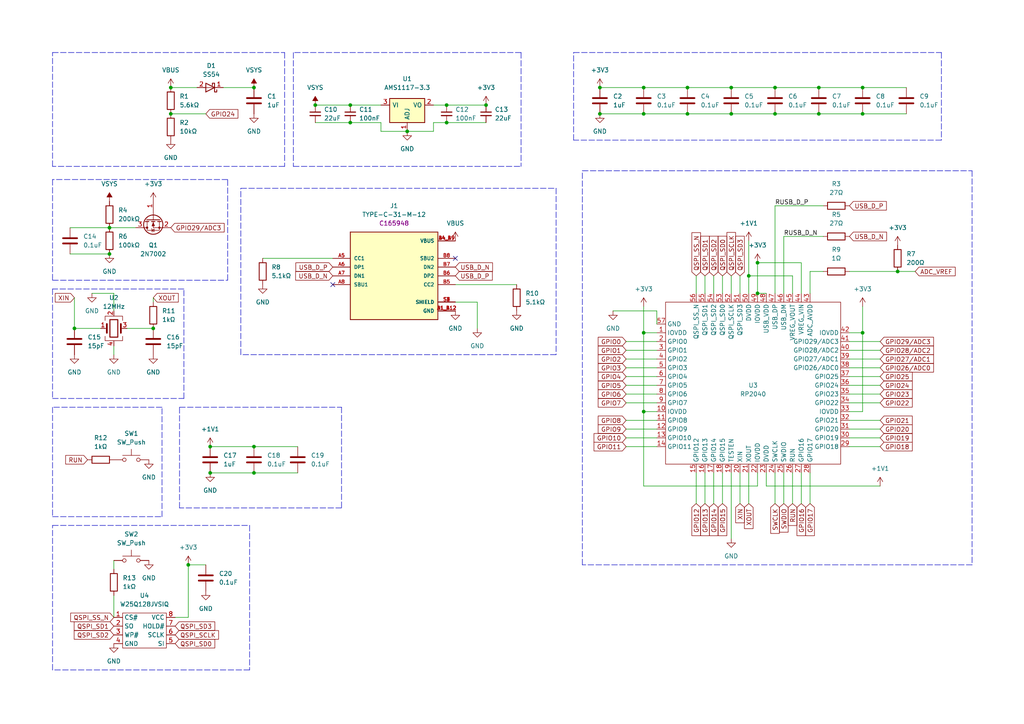
<source format=kicad_sch>
(kicad_sch (version 20211123) (generator eeschema)
  (paper "A4")
  (lib_symbols
    (symbol "01-rickbassham:GD25Q16ETIGR"
      (property "Reference" "U" (at 0 0 0))
      (property "Value" "GD25Q16ETIGR" (at 0 0 0))
      (symbol "GD25Q16ETIGR_0_1"
        (rectangle (start -6.35 -5.08) (end 6.35 -15.24))
      )
      (symbol "GD25Q16ETIGR_1_1"
        (pin output line (at -8.89 -6.35 0) (length 2.54) (name "CS#") (number "1"))
        (pin output line (at -8.89 -8.89 0) (length 2.54) (name "SO") (number "2"))
        (pin output line (at -8.89 -11.43 0) (length 2.54) (name "WP#") (number "3"))
        (pin output line (at -8.89 -13.97 0) (length 2.54) (name "GND") (number "4"))
        (pin output line (at 8.89 -13.97 180) (length 2.54) (name "SI") (number "5"))
        (pin output line (at 8.89 -11.43 180) (length 2.54) (name "SCLK") (number "6"))
        (pin output line (at 8.89 -8.89 180) (length 2.54) (name "HOLD#") (number "7"))
        (pin output line (at 8.89 -6.35 180) (length 2.54) (name "VCC") (number "8"))
      )
    )
    (symbol "01-rickbassham:RP2040"
      (property "Reference" "U" (at 0 1.27 0))
      (property "Value" "RP2040" (at 0 -1.27 0))
      (symbol "RP2040_0_1"
        (rectangle (start -25.4 25.4) (end 25.4 -21.59))
      )
      (symbol "RP2040_1_1"
        (pin output line (at -27.94 16.51 0) (length 2.54) (name "IOVDD") (number "1"))
        (pin output line (at -27.94 -6.35 0) (length 2.54) (name "IOVDD") (number "10"))
        (pin output line (at -27.94 -8.89 0) (length 2.54) (name "GPIO8") (number "11"))
        (pin output line (at -27.94 -11.43 0) (length 2.54) (name "GPIO9") (number "12"))
        (pin output line (at -27.94 -13.97 0) (length 2.54) (name "GPIO10") (number "13"))
        (pin output line (at -27.94 -16.51 0) (length 2.54) (name "GPIO11") (number "14"))
        (pin output line (at -16.51 -24.13 90) (length 2.54) (name "GPIO12") (number "15"))
        (pin output line (at -13.97 -24.13 90) (length 2.54) (name "GPIO13") (number "16"))
        (pin output line (at -11.43 -24.13 90) (length 2.54) (name "GPIO14") (number "17"))
        (pin output line (at -8.89 -24.13 90) (length 2.54) (name "GPIO15") (number "18"))
        (pin output line (at -6.35 -24.13 90) (length 2.54) (name "TESTEN") (number "19"))
        (pin output line (at -27.94 13.97 0) (length 2.54) (name "GPIO0") (number "2"))
        (pin output line (at -3.81 -24.13 90) (length 2.54) (name "XIN") (number "20"))
        (pin output line (at -1.27 -24.13 90) (length 2.54) (name "XOUT") (number "21"))
        (pin output line (at 1.27 -24.13 90) (length 2.54) (name "IOVDD") (number "22"))
        (pin output line (at 3.81 -24.13 90) (length 2.54) (name "DVDD") (number "23"))
        (pin output line (at 6.35 -24.13 90) (length 2.54) (name "SWCLK") (number "24"))
        (pin output line (at 8.89 -24.13 90) (length 2.54) (name "SWDIO") (number "25"))
        (pin output line (at 11.43 -24.13 90) (length 2.54) (name "RUN") (number "26"))
        (pin output line (at 13.97 -24.13 90) (length 2.54) (name "GPIO16") (number "27"))
        (pin output line (at 16.51 -24.13 90) (length 2.54) (name "GPIO17") (number "28"))
        (pin output line (at 27.94 -16.51 180) (length 2.54) (name "GPIO18") (number "29"))
        (pin output line (at -27.94 11.43 0) (length 2.54) (name "GPIO1") (number "3"))
        (pin output line (at 27.94 -13.97 180) (length 2.54) (name "GPIO19") (number "30"))
        (pin output line (at 27.94 -11.43 180) (length 2.54) (name "GPIO20") (number "31"))
        (pin output line (at 27.94 -8.89 180) (length 2.54) (name "GPIO21") (number "32"))
        (pin output line (at 27.94 -6.35 180) (length 2.54) (name "IOVDD") (number "33"))
        (pin output line (at 27.94 -3.81 180) (length 2.54) (name "GPIO22") (number "34"))
        (pin output line (at 27.94 -1.27 180) (length 2.54) (name "GPIO23") (number "35"))
        (pin output line (at 27.94 1.27 180) (length 2.54) (name "GPIO24") (number "36"))
        (pin output line (at 27.94 3.81 180) (length 2.54) (name "GPIO25") (number "37"))
        (pin output line (at 27.94 6.35 180) (length 2.54) (name "GPIO26/ADC0") (number "38"))
        (pin output line (at 27.94 8.89 180) (length 2.54) (name "GPIO27/ADC1") (number "39"))
        (pin output line (at -27.94 8.89 0) (length 2.54) (name "GPIO2") (number "4"))
        (pin output line (at 27.94 11.43 180) (length 2.54) (name "GPIO28/ADC2") (number "40"))
        (pin output line (at 27.94 13.97 180) (length 2.54) (name "GPIO29/ADC3") (number "41"))
        (pin output line (at 27.94 16.51 180) (length 2.54) (name "IOVDD") (number "42"))
        (pin output line (at 16.51 27.94 270) (length 2.54) (name "ADC_AVDD") (number "43"))
        (pin output line (at 13.97 27.94 270) (length 2.54) (name "VREG_VIN") (number "44"))
        (pin output line (at 11.43 27.94 270) (length 2.54) (name "VREG_VOUT") (number "45"))
        (pin output line (at 8.89 27.94 270) (length 2.54) (name "USB_DM") (number "46"))
        (pin output line (at 6.35 27.94 270) (length 2.54) (name "USB_DP") (number "47"))
        (pin output line (at 3.81 27.94 270) (length 2.54) (name "USB_VDD") (number "48"))
        (pin output line (at 1.27 27.94 270) (length 2.54) (name "IOVDD") (number "49"))
        (pin output line (at -27.94 6.35 0) (length 2.54) (name "GPIO3") (number "5"))
        (pin output line (at -1.27 27.94 270) (length 2.54) (name "DVDD") (number "50"))
        (pin output line (at -3.81 27.94 270) (length 2.54) (name "QSPI_SD3") (number "51"))
        (pin output line (at -6.35 27.94 270) (length 2.54) (name "QSPI_SCLK") (number "52"))
        (pin output line (at -8.89 27.94 270) (length 2.54) (name "QSPI_SD0") (number "53"))
        (pin output line (at -11.43 27.94 270) (length 2.54) (name "QSPI_SD2") (number "54"))
        (pin output line (at -13.97 27.94 270) (length 2.54) (name "QSPI_SD1") (number "55"))
        (pin output line (at -16.51 27.94 270) (length 2.54) (name "QSPI_SS_N") (number "56"))
        (pin output line (at -27.94 19.05 0) (length 2.54) (name "GND") (number "57"))
        (pin output line (at -27.94 3.81 0) (length 2.54) (name "GPIO4") (number "6"))
        (pin output line (at -27.94 1.27 0) (length 2.54) (name "GPIO5") (number "7"))
        (pin output line (at -27.94 -1.27 0) (length 2.54) (name "GPIO6") (number "8"))
        (pin output line (at -27.94 -3.81 0) (length 2.54) (name "GPIO7") (number "9"))
      )
    )
    (symbol "01-rickbassham:SS54" (pin_names hide)
      (property "Reference" "D" (at 0 1.27 0))
      (property "Value" "SS54" (at 0 -1.27 0))
      (symbol "SS54_0_1"
        (polyline (pts (xy 1.27 -3.81) (xy -1.27 -3.81)))
        (polyline (pts (xy 1.27 -2.54) (xy 1.27 -5.08) (xy -1.27 -3.81) (xy 1.27 -2.54)) (stroke (width 0.254)))
        (polyline (pts (xy -1.905 -3.175) (xy -1.905 -2.54) (xy -1.27 -2.54) (xy -1.27 -5.08) (xy -0.635 -5.08) (xy -0.635 -4.445)) (stroke (width 0.254)))
      )
      (symbol "SS54_1_1"
        (pin passive line (at -3.81 -3.81 0) (length 2.54) (name "K") (number "1"))
        (pin passive line (at 3.81 -3.81 180) (length 2.54) (name "A") (number "2"))
      )
    )
    (symbol "01-rickbassham:TYPE-C-31-M-12" (pin_names (offset 1.016))
      (property "Reference" "J" (at -12.7 13.462 0))
      (property "Value" "TYPE-C-31-M-12" (at -12.7 -13.462 0))
      (property "LCSC" "C165948" (at 0 0 0))
      (symbol "TYPE-C-31-M-12_0_0"
        (rectangle (start -12.7 -12.7) (end 12.7 12.7) (stroke (width 0.254)) (fill (type background)))
        (pin power_in line (at 17.78 -10.16 180) (length 5.08) (name "GND") (number "A1_B12"))
        (pin power_in line (at 17.78 10.16 180) (length 5.08) (name "VBUS") (number "A4_B9"))
        (pin bidirectional line (at -17.78 5.08 0) (length 5.08) (name "CC1") (number "A5"))
        (pin bidirectional line (at -17.78 2.54 0) (length 5.08) (name "DP1") (number "A6"))
        (pin bidirectional line (at -17.78 0 0) (length 5.08) (name "DN1") (number "A7"))
        (pin bidirectional line (at -17.78 -2.54 0) (length 5.08) (name "SBU1") (number "A8"))
        (pin power_in line (at 17.78 -10.16 180) (length 5.08) (name "GND") (number "B1_A12"))
        (pin power_in line (at 17.78 10.16 180) (length 5.08) (name "VBUS") (number "B4_A9"))
        (pin bidirectional line (at 17.78 -2.54 180) (length 5.08) (name "CC2") (number "B5"))
        (pin bidirectional line (at 17.78 0 180) (length 5.08) (name "DP2") (number "B6"))
        (pin bidirectional line (at 17.78 2.54 180) (length 5.08) (name "DN2") (number "B7"))
        (pin bidirectional line (at 17.78 5.08 180) (length 5.08) (name "SBU2") (number "B8"))
        (pin passive line (at 17.78 -7.62 180) (length 5.08) (name "SHIELD") (number "S1"))
        (pin passive line (at 17.78 -7.62 180) (length 5.08) (name "SHIELD") (number "S2"))
        (pin passive line (at 17.78 -7.62 180) (length 5.08) (name "SHIELD") (number "S3"))
        (pin passive line (at 17.78 -7.62 180) (length 5.08) (name "SHIELD") (number "S4"))
      )
    )
    (symbol "01-rickbassham:VSYS" (power) (pin_names (offset 0))
      (property "Value" "VSYS" (at 0 3.81 0))
      (symbol "VSYS_0_1"
        (polyline (pts (xy 0 0) (xy 0 2.54)))
        (polyline (pts (xy 0.762 1.27) (xy -0.762 1.27) (xy 0 2.54) (xy 0.762 1.27)) (fill (type outline)))
      )
      (symbol "VSYS_1_1"
        (pin power_in line (at 0 0 90) (length 0) hide (name "VSYS") (number "1"))
      )
    )
    (symbol "01-rickbassham:X322512MSB4SI" (pin_names hide)
      (property "Reference" "U" (at 0 0 0))
      (property "Value" "X322512MSB4SI" (at 0 0 0))
      (symbol "X322512MSB4SI_0_1"
        (rectangle (start -1.143 -10.16) (end 1.143 -15.24) (stroke (width 0.3048)))
        (polyline (pts (xy -2.54 -12.7) (xy -2.032 -12.7)))
        (polyline (pts (xy -2.032 -13.97) (xy -2.032 -11.43)) (stroke (width 0.508)))
        (polyline (pts (xy 0 -16.51) (xy 0 -16.256)))
        (polyline (pts (xy 0 -9.144) (xy 0 -8.89)))
        (polyline (pts (xy 2.032 -13.97) (xy 2.032 -11.43)) (stroke (width 0.508)))
        (polyline (pts (xy 2.032 -12.7) (xy 2.54 -12.7)))
        (polyline (pts (xy -2.54 -14.986) (xy -2.54 -16.256) (xy 2.54 -16.256) (xy 2.54 -14.986)))
        (polyline (pts (xy -2.54 -10.414) (xy -2.54 -9.144) (xy 2.54 -9.144) (xy 2.54 -10.414)))
      )
      (symbol "X322512MSB4SI_1_1"
        (pin passive line (at -3.81 -12.7 0) (length 1.27) (name "1") (number "1"))
        (pin passive line (at 0 -7.62 270) (length 1.27) (name "2") (number "2"))
        (pin passive line (at 3.81 -12.7 180) (length 1.27) (name "3") (number "3"))
        (pin passive line (at 0 -17.78 90) (length 1.27) (name "4") (number "4"))
      )
    )
    (symbol "Device:C" (pin_numbers hide) (pin_names (offset 0.254))
      (property "Reference" "C" (at 0.635 2.54 0))
      (property "Value" "C" (at 0.635 -2.54 0))
      (symbol "C_0_1"
        (polyline (pts (xy -2.032 -0.762) (xy 2.032 -0.762)) (stroke (width 0.508)))
        (polyline (pts (xy -2.032 0.762) (xy 2.032 0.762)) (stroke (width 0.508)))
      )
      (symbol "C_1_1"
        (pin passive line (at 0 3.81 270) (length 2.794) (name "~") (number "1"))
        (pin passive line (at 0 -3.81 90) (length 2.794) (name "~") (number "2"))
      )
    )
    (symbol "Device:C_Small" (pin_numbers hide) (pin_names (offset 0.254) hide)
      (property "Reference" "C" (at 0.254 1.778 0))
      (property "Value" "C_Small" (at 0.254 -2.032 0))
      (symbol "C_Small_0_1"
        (polyline (pts (xy -1.524 -0.508) (xy 1.524 -0.508)) (stroke (width 0.3302)))
        (polyline (pts (xy -1.524 0.508) (xy 1.524 0.508)) (stroke (width 0.3048)))
      )
      (symbol "C_Small_1_1"
        (pin passive line (at 0 2.54 270) (length 2.032) (name "~") (number "1"))
        (pin passive line (at 0 -2.54 90) (length 2.032) (name "~") (number "2"))
      )
    )
    (symbol "Device:R" (pin_numbers hide) (pin_names (offset 0))
      (property "Reference" "R" (at 2.032 0 90))
      (property "Value" "R" (at 0 0 90))
      (symbol "R_0_1"
        (rectangle (start -1.016 -2.54) (end 1.016 2.54) (stroke (width 0.254)))
      )
      (symbol "R_1_1"
        (pin passive line (at 0 3.81 270) (length 1.27) (name "~") (number "1"))
        (pin passive line (at 0 -3.81 90) (length 1.27) (name "~") (number "2"))
      )
    )
    (symbol "Regulator_Linear:AMS1117" (pin_names (offset 0.762))
      (property "Reference" "U" (at -3.81 3.175 0))
      (property "Value" "AMS1117" (at 0 3.175 0))
      (symbol "AMS1117_0_1"
        (rectangle (start -5.08 -5.08) (end 5.08 1.905) (stroke (width 0.254)) (fill (type background)))
      )
      (symbol "AMS1117_1_1"
        (pin input line (at 0 -7.62 90) (length 2.54) (name "ADJ") (number "1"))
        (pin power_out line (at 7.62 0 180) (length 2.54) (name "VO") (number "2"))
        (pin power_in line (at -7.62 0 0) (length 2.54) (name "VI") (number "3"))
      )
    )
    (symbol "Switch:SW_Push" (pin_numbers hide) (pin_names (offset 1.016) hide)
      (property "Reference" "SW" (at 1.27 2.54 0))
      (property "Value" "SW_Push" (at 0 -1.524 0))
      (symbol "SW_Push_0_1"
        (circle (center -2.032 0) (radius 0.508))
        (polyline (pts (xy 0 1.27) (xy 0 3.048)))
        (polyline (pts (xy 2.54 1.27) (xy -2.54 1.27)))
        (circle (center 2.032 0) (radius 0.508))
        (pin passive line (at -5.08 0 0) (length 2.54) (name "1") (number "1"))
        (pin passive line (at 5.08 0 180) (length 2.54) (name "2") (number "2"))
      )
    )
    (symbol "Transistor_FET:2N7002" (pin_names hide)
      (property "Reference" "Q" (at 5.08 1.905 0))
      (property "Value" "2N7002" (at 5.08 0 0))
      (symbol "2N7002_0_1"
        (polyline (pts (xy 0.254 0) (xy -2.54 0)))
        (polyline (pts (xy 0.254 1.905) (xy 0.254 -1.905)) (stroke (width 0.254)))
        (polyline (pts (xy 0.762 -1.27) (xy 0.762 -2.286)) (stroke (width 0.254)))
        (polyline (pts (xy 0.762 0.508) (xy 0.762 -0.508)) (stroke (width 0.254)))
        (polyline (pts (xy 0.762 2.286) (xy 0.762 1.27)) (stroke (width 0.254)))
        (polyline (pts (xy 2.54 2.54) (xy 2.54 1.778)))
        (polyline (pts (xy 2.54 -2.54) (xy 2.54 0) (xy 0.762 0)))
        (polyline (pts (xy 0.762 -1.778) (xy 3.302 -1.778) (xy 3.302 1.778) (xy 0.762 1.778)))
        (polyline (pts (xy 1.016 0) (xy 2.032 0.381) (xy 2.032 -0.381) (xy 1.016 0)) (fill (type outline)))
        (polyline (pts (xy 2.794 0.508) (xy 2.921 0.381) (xy 3.683 0.381) (xy 3.81 0.254)))
        (polyline (pts (xy 3.302 0.381) (xy 2.921 -0.254) (xy 3.683 -0.254) (xy 3.302 0.381)))
        (circle (center 1.651 0) (radius 2.794) (stroke (width 0.254)))
        (circle (center 2.54 -1.778) (radius 0.254) (fill (type outline)))
        (circle (center 2.54 1.778) (radius 0.254) (fill (type outline)))
      )
      (symbol "2N7002_1_1"
        (pin input line (at -5.08 0 0) (length 2.54) (name "G") (number "1"))
        (pin passive line (at 2.54 -5.08 90) (length 2.54) (name "S") (number "2"))
        (pin passive line (at 2.54 5.08 270) (length 2.54) (name "D") (number "3"))
      )
    )
    (symbol "power:+1V1" (power) (pin_names (offset 0))
      (property "Value" "+1V1" (at 0 3.556 0))
      (symbol "+1V1_0_1"
        (polyline (pts (xy -0.762 1.27) (xy 0 2.54)))
        (polyline (pts (xy 0 0) (xy 0 2.54)))
        (polyline (pts (xy 0 2.54) (xy 0.762 1.27)))
      )
      (symbol "+1V1_1_1"
        (pin power_in line (at 0 0 90) (length 0) hide (name "+1V1") (number "1"))
      )
    )
    (symbol "power:+3.3V" (power) (pin_names (offset 0))
      (property "Value" "+3.3V" (at 0 3.556 0))
      (symbol "+3.3V_0_1"
        (polyline (pts (xy -0.762 1.27) (xy 0 2.54)))
        (polyline (pts (xy 0 0) (xy 0 2.54)))
        (polyline (pts (xy 0 2.54) (xy 0.762 1.27)))
      )
      (symbol "+3.3V_1_1"
        (pin power_in line (at 0 0 90) (length 0) hide (name "+3V3") (number "1"))
      )
    )
    (symbol "power:GND" (power) (pin_names (offset 0))
      (property "Value" "GND" (at 0 -3.81 0))
      (symbol "GND_0_1"
        (polyline (pts (xy 0 0) (xy 0 -1.27) (xy 1.27 -1.27) (xy 0 -2.54) (xy -1.27 -1.27) (xy 0 -1.27)))
      )
      (symbol "GND_1_1"
        (pin power_in line (at 0 0 270) (length 0) hide (name "GND") (number "1"))
      )
    )
    (symbol "power:VBUS" (power) (pin_names (offset 0))
      (property "Value" "VBUS" (at 0 3.81 0))
      (symbol "VBUS_0_1"
        (polyline (pts (xy -0.762 1.27) (xy 0 2.54)))
        (polyline (pts (xy 0 0) (xy 0 2.54)))
        (polyline (pts (xy 0 2.54) (xy 0.762 1.27)))
      )
      (symbol "VBUS_1_1"
        (pin power_in line (at 0 0 90) (length 0) hide (name "VBUS") (number "1"))
      )
    )
  )
  (junction (at 91.44 30.48))
  (junction (at 60.96 129.54))
  (junction (at 118.11 38.1))
  (junction (at 31.75 66.04))
  (junction (at 219.71 76.2))
  (junction (at 73.66 25.4))
  (junction (at 199.39 33.02))
  (junction (at 129.54 35.56))
  (junction (at 237.49 33.02))
  (junction (at 250.19 33.02))
  (junction (at 49.53 33.02))
  (junction (at 199.39 25.4))
  (junction (at 31.75 73.66))
  (junction (at 173.99 33.02))
  (junction (at 212.09 25.4))
  (junction (at 237.49 25.4))
  (junction (at 21.59 95.25))
  (junction (at 250.19 25.4))
  (junction (at 44.45 95.25))
  (junction (at 140.97 30.48))
  (junction (at 260.35 78.74))
  (junction (at 224.79 25.4))
  (junction (at 250.19 96.52))
  (junction (at 101.6 30.48))
  (junction (at 186.69 96.52))
  (junction (at 49.53 25.4))
  (junction (at 60.96 137.16))
  (junction (at 224.79 33.02))
  (junction (at 129.54 30.48))
  (junction (at 219.71 85.09))
  (junction (at 212.09 33.02))
  (junction (at 73.66 137.16))
  (junction (at 186.69 33.02))
  (junction (at 101.6 35.56))
  (junction (at 54.61 163.83))
  (junction (at 73.66 129.54))
  (junction (at 186.69 119.38))
  (junction (at 217.17 80.01))
  (junction (at 173.99 25.4))
  (junction (at 186.69 25.4))
  (no_connect (at 96.52 82.55))
  (no_connect (at 132.08 74.93))
  (wire (pts (xy 246.38 99.06) (xy 255.27 99.06)))
  (wire (pts (xy 33.02 102.87) (xy 33.02 100.33)))
  (wire (pts (xy 217.17 80.01) (xy 217.17 85.09)))
  (wire (pts (xy 246.38 101.6) (xy 255.27 101.6)))
  (wire (pts (xy 138.43 87.63) (xy 138.43 95.25)))
  (wire (pts (xy 246.38 78.74) (xy 260.35 78.74)))
  (wire (pts (xy 173.99 33.02) (xy 186.69 33.02)))
  (wire (pts (xy 60.96 137.16) (xy 73.66 137.16)))
  (wire (pts (xy 209.55 80.01) (xy 209.55 85.09)))
  (wire (pts (xy 57.15 25.4) (xy 49.53 25.4)))
  (wire (pts (xy 26.67 85.09) (xy 33.02 85.09)))
  (wire (pts (xy 222.25 140.97) (xy 222.25 137.16)))
  (polyline (pts (xy 15.24 48.26) (xy 15.24 15.24)))
  (wire (pts (xy 129.54 30.48) (xy 140.97 30.48)))
  (wire (pts (xy 190.5 90.17) (xy 190.5 93.98)))
  (wire (pts (xy 224.79 137.16) (xy 224.79 146.05)))
  (polyline (pts (xy 15.24 52.07) (xy 15.24 81.28)))
  (polyline (pts (xy 166.37 40.64) (xy 166.37 15.24)))
  (polyline (pts (xy 273.05 40.64) (xy 166.37 40.64)))
  (wire (pts (xy 201.93 137.16) (xy 201.93 146.05)))
  (wire (pts (xy 44.45 86.36) (xy 44.45 87.63)))
  (wire (pts (xy 204.47 137.16) (xy 204.47 146.05)))
  (polyline (pts (xy 69.85 54.61) (xy 161.29 54.61)))
  (polyline (pts (xy 168.91 163.83) (xy 168.91 49.53)))
  (wire (pts (xy 181.61 114.3) (xy 190.5 114.3)))
  (wire (pts (xy 21.59 95.25) (xy 29.21 95.25)))
  (wire (pts (xy 250.19 119.38) (xy 250.19 96.52)))
  (wire (pts (xy 177.8 90.17) (xy 190.5 90.17)))
  (polyline (pts (xy 15.24 152.4) (xy 72.39 152.4)))
  (wire (pts (xy 250.19 33.02) (xy 262.89 33.02)))
  (wire (pts (xy 186.69 25.4) (xy 199.39 25.4)))
  (polyline (pts (xy 99.06 118.11) (xy 99.06 147.32)))
  (polyline (pts (xy 166.37 15.24) (xy 273.05 15.24)))
  (polyline (pts (xy 85.09 15.24) (xy 85.09 48.26)))
  (wire (pts (xy 219.71 140.97) (xy 186.69 140.97)))
  (wire (pts (xy 91.44 30.48) (xy 101.6 30.48)))
  (wire (pts (xy 20.32 73.66) (xy 31.75 73.66)))
  (polyline (pts (xy 15.24 118.11) (xy 15.24 149.86)))
  (polyline (pts (xy 15.24 149.86) (xy 46.99 149.86)))
  (wire (pts (xy 246.38 106.68) (xy 255.27 106.68)))
  (wire (pts (xy 234.95 78.74) (xy 238.76 78.74)))
  (wire (pts (xy 212.09 33.02) (xy 224.79 33.02)))
  (wire (pts (xy 214.63 137.16) (xy 214.63 146.05)))
  (polyline (pts (xy 72.39 194.31) (xy 15.24 194.31)))
  (wire (pts (xy 110.49 38.1) (xy 118.11 38.1)))
  (wire (pts (xy 232.41 137.16) (xy 232.41 146.05)))
  (wire (pts (xy 101.6 35.56) (xy 110.49 35.56)))
  (wire (pts (xy 246.38 124.46) (xy 255.27 124.46)))
  (wire (pts (xy 232.41 85.09) (xy 232.41 76.2)))
  (wire (pts (xy 246.38 104.14) (xy 255.27 104.14)))
  (wire (pts (xy 246.38 116.84) (xy 255.27 116.84)))
  (wire (pts (xy 125.73 30.48) (xy 129.54 30.48)))
  (polyline (pts (xy 273.05 15.24) (xy 273.05 40.64)))
  (polyline (pts (xy 15.24 81.28) (xy 66.04 81.28)))
  (polyline (pts (xy 69.85 102.87) (xy 69.85 54.61)))
  (wire (pts (xy 33.02 85.09) (xy 33.02 90.17)))
  (polyline (pts (xy 15.24 115.57) (xy 53.34 115.57)))
  (polyline (pts (xy 168.91 49.53) (xy 281.94 49.53)))
  (wire (pts (xy 237.49 33.02) (xy 250.19 33.02)))
  (wire (pts (xy 246.38 129.54) (xy 255.27 129.54)))
  (wire (pts (xy 217.17 69.85) (xy 217.17 80.01)))
  (wire (pts (xy 246.38 127) (xy 255.27 127)))
  (wire (pts (xy 181.61 101.6) (xy 190.5 101.6)))
  (polyline (pts (xy 46.99 118.11) (xy 15.24 118.11)))
  (wire (pts (xy 250.19 25.4) (xy 262.89 25.4)))
  (wire (pts (xy 36.83 95.25) (xy 44.45 95.25)))
  (wire (pts (xy 209.55 137.16) (xy 209.55 146.05)))
  (wire (pts (xy 91.44 35.56) (xy 101.6 35.56)))
  (wire (pts (xy 186.69 88.9) (xy 186.69 96.52)))
  (wire (pts (xy 237.49 25.4) (xy 250.19 25.4)))
  (polyline (pts (xy 66.04 81.28) (xy 66.04 52.07)))
  (wire (pts (xy 204.47 80.01) (xy 204.47 85.09)))
  (polyline (pts (xy 52.07 118.11) (xy 99.06 118.11)))
  (polyline (pts (xy 46.99 149.86) (xy 46.99 118.11)))
  (wire (pts (xy 219.71 85.09) (xy 222.25 85.09)))
  (wire (pts (xy 20.32 66.04) (xy 31.75 66.04)))
  (wire (pts (xy 214.63 80.01) (xy 214.63 85.09)))
  (polyline (pts (xy 99.06 147.32) (xy 52.07 147.32)))
  (polyline (pts (xy 15.24 83.82) (xy 15.24 115.57)))
  (wire (pts (xy 227.33 85.09) (xy 227.33 68.58)))
  (wire (pts (xy 181.61 127) (xy 190.5 127)))
  (wire (pts (xy 227.33 137.16) (xy 227.33 146.05)))
  (wire (pts (xy 33.02 162.56) (xy 33.02 165.1)))
  (polyline (pts (xy 151.13 15.24) (xy 85.09 15.24)))
  (polyline (pts (xy 15.24 194.31) (xy 15.24 152.4)))
  (wire (pts (xy 224.79 25.4) (xy 237.49 25.4)))
  (wire (pts (xy 199.39 33.02) (xy 212.09 33.02)))
  (wire (pts (xy 250.19 96.52) (xy 246.38 96.52)))
  (wire (pts (xy 229.87 85.09) (xy 229.87 80.01)))
  (wire (pts (xy 212.09 80.01) (xy 212.09 85.09)))
  (wire (pts (xy 219.71 137.16) (xy 219.71 140.97)))
  (wire (pts (xy 224.79 85.09) (xy 224.79 59.69)))
  (wire (pts (xy 181.61 129.54) (xy 190.5 129.54)))
  (wire (pts (xy 207.01 137.16) (xy 207.01 146.05)))
  (wire (pts (xy 217.17 137.16) (xy 217.17 146.05)))
  (polyline (pts (xy 66.04 52.07) (xy 15.24 52.07)))
  (wire (pts (xy 132.08 87.63) (xy 138.43 87.63)))
  (wire (pts (xy 232.41 76.2) (xy 219.71 76.2)))
  (wire (pts (xy 219.71 76.2) (xy 219.71 85.09)))
  (wire (pts (xy 246.38 119.38) (xy 250.19 119.38)))
  (wire (pts (xy 201.93 80.01) (xy 201.93 85.09)))
  (polyline (pts (xy 52.07 147.32) (xy 52.07 118.11)))
  (polyline (pts (xy 85.09 48.26) (xy 151.13 48.26)))
  (wire (pts (xy 21.59 86.36) (xy 21.59 95.25)))
  (wire (pts (xy 129.54 35.56) (xy 125.73 35.56)))
  (wire (pts (xy 212.09 137.16) (xy 212.09 156.21)))
  (polyline (pts (xy 151.13 15.24) (xy 151.13 48.26)))
  (wire (pts (xy 260.35 78.74) (xy 265.43 78.74)))
  (polyline (pts (xy 53.34 115.57) (xy 53.34 83.82)))
  (wire (pts (xy 140.97 35.56) (xy 129.54 35.56)))
  (wire (pts (xy 186.69 96.52) (xy 190.5 96.52)))
  (polyline (pts (xy 72.39 152.4) (xy 72.39 194.31)))
  (polyline (pts (xy 82.55 48.26) (xy 15.24 48.26)))
  (wire (pts (xy 125.73 38.1) (xy 118.11 38.1)))
  (wire (pts (xy 229.87 137.16) (xy 229.87 146.05)))
  (polyline (pts (xy 281.94 49.53) (xy 281.94 163.83)))
  (wire (pts (xy 59.69 33.02) (xy 49.53 33.02)))
  (wire (pts (xy 181.61 99.06) (xy 190.5 99.06)))
  (wire (pts (xy 173.99 25.4) (xy 186.69 25.4)))
  (wire (pts (xy 181.61 111.76) (xy 190.5 111.76)))
  (wire (pts (xy 64.77 25.4) (xy 73.66 25.4)))
  (wire (pts (xy 227.33 68.58) (xy 238.76 68.58)))
  (wire (pts (xy 246.38 111.76) (xy 255.27 111.76)))
  (wire (pts (xy 181.61 121.92) (xy 190.5 121.92)))
  (wire (pts (xy 224.79 59.69) (xy 238.76 59.69)))
  (wire (pts (xy 181.61 106.68) (xy 190.5 106.68)))
  (polyline (pts (xy 161.29 54.61) (xy 161.29 102.87)))
  (wire (pts (xy 101.6 30.48) (xy 110.49 30.48)))
  (wire (pts (xy 60.96 129.54) (xy 73.66 129.54)))
  (wire (pts (xy 246.38 114.3) (xy 255.27 114.3)))
  (polyline (pts (xy 161.29 102.87) (xy 69.85 102.87)))
  (wire (pts (xy 186.69 96.52) (xy 186.69 119.38)))
  (wire (pts (xy 54.61 163.83) (xy 59.69 163.83)))
  (polyline (pts (xy 53.34 83.82) (xy 15.24 83.82)))
  (wire (pts (xy 31.75 66.04) (xy 39.37 66.04)))
  (wire (pts (xy 250.19 88.9) (xy 250.19 96.52)))
  (wire (pts (xy 125.73 35.56) (xy 125.73 38.1)))
  (wire (pts (xy 190.5 119.38) (xy 186.69 119.38)))
  (wire (pts (xy 54.61 179.07) (xy 54.61 163.83)))
  (wire (pts (xy 110.49 35.56) (xy 110.49 38.1)))
  (wire (pts (xy 246.38 121.92) (xy 255.27 121.92)))
  (wire (pts (xy 73.66 129.54) (xy 86.36 129.54)))
  (wire (pts (xy 181.61 104.14) (xy 190.5 104.14)))
  (wire (pts (xy 50.8 179.07) (xy 54.61 179.07)))
  (wire (pts (xy 199.39 25.4) (xy 212.09 25.4)))
  (wire (pts (xy 132.08 82.55) (xy 149.86 82.55)))
  (wire (pts (xy 186.69 140.97) (xy 186.69 119.38)))
  (wire (pts (xy 212.09 25.4) (xy 224.79 25.4)))
  (wire (pts (xy 33.02 172.72) (xy 33.02 179.07)))
  (wire (pts (xy 234.95 85.09) (xy 234.95 78.74)))
  (wire (pts (xy 234.95 137.16) (xy 234.95 146.05)))
  (wire (pts (xy 76.2 74.93) (xy 96.52 74.93)))
  (wire (pts (xy 73.66 137.16) (xy 86.36 137.16)))
  (wire (pts (xy 186.69 33.02) (xy 199.39 33.02)))
  (wire (pts (xy 207.01 80.01) (xy 207.01 85.09)))
  (wire (pts (xy 181.61 124.46) (xy 190.5 124.46)))
  (wire (pts (xy 229.87 80.01) (xy 217.17 80.01)))
  (wire (pts (xy 255.27 140.97) (xy 222.25 140.97)))
  (wire (pts (xy 224.79 33.02) (xy 237.49 33.02)))
  (polyline (pts (xy 281.94 163.83) (xy 168.91 163.83)))
  (wire (pts (xy 181.61 116.84) (xy 190.5 116.84)))
  (polyline (pts (xy 15.24 15.24) (xy 82.55 15.24)))
  (wire (pts (xy 246.38 109.22) (xy 255.27 109.22)))
  (wire (pts (xy 181.61 109.22) (xy 190.5 109.22)))
  (polyline (pts (xy 82.55 15.24) (xy 82.55 48.26)))
  (label "RUSB_D_N" (at 227.33 68.58 0))
  (label "RUSB_D_P" (at 224.79 59.69 0))
  (global_label "GPIO2" (shape input) (at 181.61 104.14 180) (property "Intersheet References" "${INTERSHEET_REFS}" (effects hide)))
  (global_label "GPIO22" (shape input) (at 255.27 116.84 0) (property "Intersheet References" "${INTERSHEET_REFS}" (effects hide)))
  (global_label "QSPI_SD3" (shape input) (at 50.8 181.61 0) (property "Intersheet References" "${INTERSHEET_REFS}" (effects hide)))
  (global_label "QSPI_SCLK" (shape input) (at 212.09 80.01 90) (property "Intersheet References" "${INTERSHEET_REFS}" (effects hide)))
  (global_label "USB_D_N" (shape input) (at 132.08 77.47 0) (property "Intersheet References" "${INTERSHEET_REFS}" (effects hide)))
  (global_label "GPIO29{slash}ADC3" (shape input) (at 255.27 99.06 0) (property "Intersheet References" "${INTERSHEET_REFS}" (effects hide)))
  (global_label "GPIO19" (shape input) (at 255.27 127 0) (property "Intersheet References" "${INTERSHEET_REFS}" (effects hide)))
  (global_label "GPIO4" (shape input) (at 181.61 109.22 180) (property "Intersheet References" "${INTERSHEET_REFS}" (effects hide)))
  (global_label "QSPI_SS_N" (shape input) (at 201.93 80.01 90) (property "Intersheet References" "${INTERSHEET_REFS}" (effects hide)))
  (global_label "GPIO26{slash}ADC0" (shape input) (at 255.27 106.68 0) (property "Intersheet References" "${INTERSHEET_REFS}" (effects hide)))
  (global_label "GPIO25" (shape input) (at 255.27 109.22 0) (property "Intersheet References" "${INTERSHEET_REFS}" (effects hide)))
  (global_label "GPIO10" (shape input) (at 181.61 127 180) (property "Intersheet References" "${INTERSHEET_REFS}" (effects hide)))
  (global_label "GPIO7" (shape input) (at 181.61 116.84 180) (property "Intersheet References" "${INTERSHEET_REFS}" (effects hide)))
  (global_label "XIN" (shape input) (at 214.63 146.05 270) (property "Intersheet References" "${INTERSHEET_REFS}" (effects hide)))
  (global_label "GPIO5" (shape input) (at 181.61 111.76 180) (property "Intersheet References" "${INTERSHEET_REFS}" (effects hide)))
  (global_label "QSPI_SD2" (shape input) (at 207.01 80.01 90) (property "Intersheet References" "${INTERSHEET_REFS}" (effects hide)))
  (global_label "ADC_VREF" (shape input) (at 265.43 78.74 0) (property "Intersheet References" "${INTERSHEET_REFS}" (effects hide)))
  (global_label "GPIO1" (shape input) (at 181.61 101.6 180) (property "Intersheet References" "${INTERSHEET_REFS}" (effects hide)))
  (global_label "USB_D_P" (shape input) (at 132.08 80.01 0) (property "Intersheet References" "${INTERSHEET_REFS}" (effects hide)))
  (global_label "USB_D_P" (shape input) (at 96.52 77.47 180) (property "Intersheet References" "${INTERSHEET_REFS}" (effects hide)))
  (global_label "GPIO18" (shape input) (at 255.27 129.54 0) (property "Intersheet References" "${INTERSHEET_REFS}" (effects hide)))
  (global_label "QSPI_SD1" (shape input) (at 33.02 181.61 180) (property "Intersheet References" "${INTERSHEET_REFS}" (effects hide)))
  (global_label "XOUT" (shape input) (at 44.45 86.36 0) (property "Intersheet References" "${INTERSHEET_REFS}" (effects hide)))
  (global_label "GPIO21" (shape input) (at 255.27 121.92 0) (property "Intersheet References" "${INTERSHEET_REFS}" (effects hide)))
  (global_label "QSPI_SD0" (shape input) (at 50.8 186.69 0) (property "Intersheet References" "${INTERSHEET_REFS}" (effects hide)))
  (global_label "GPIO24" (shape input) (at 59.69 33.02 0) (property "Intersheet References" "${INTERSHEET_REFS}" (effects hide)))
  (global_label "GPIO9" (shape input) (at 181.61 124.46 180) (property "Intersheet References" "${INTERSHEET_REFS}" (effects hide)))
  (global_label "USB_D_P" (shape input) (at 246.38 59.69 0) (property "Intersheet References" "${INTERSHEET_REFS}" (effects hide)))
  (global_label "GPIO23" (shape input) (at 255.27 114.3 0) (property "Intersheet References" "${INTERSHEET_REFS}" (effects hide)))
  (global_label "QSPI_SD2" (shape input) (at 33.02 184.15 180) (property "Intersheet References" "${INTERSHEET_REFS}" (effects hide)))
  (global_label "GPIO8" (shape input) (at 181.61 121.92 180) (property "Intersheet References" "${INTERSHEET_REFS}" (effects hide)))
  (global_label "QSPI_SS_N" (shape input) (at 33.02 179.07 180) (property "Intersheet References" "${INTERSHEET_REFS}" (effects hide)))
  (global_label "GPIO13" (shape input) (at 204.47 146.05 270) (property "Intersheet References" "${INTERSHEET_REFS}" (effects hide)))
  (global_label "USB_D_N" (shape input) (at 246.38 68.58 0) (property "Intersheet References" "${INTERSHEET_REFS}" (effects hide)))
  (global_label "GPIO28{slash}ADC2" (shape input) (at 255.27 101.6 0) (property "Intersheet References" "${INTERSHEET_REFS}" (effects hide)))
  (global_label "GPIO6" (shape input) (at 181.61 114.3 180) (property "Intersheet References" "${INTERSHEET_REFS}" (effects hide)))
  (global_label "GPIO27{slash}ADC1" (shape input) (at 255.27 104.14 0) (property "Intersheet References" "${INTERSHEET_REFS}" (effects hide)))
  (global_label "GPIO16" (shape input) (at 232.41 146.05 270) (property "Intersheet References" "${INTERSHEET_REFS}" (effects hide)))
  (global_label "XIN" (shape input) (at 21.59 86.36 180) (property "Intersheet References" "${INTERSHEET_REFS}" (effects hide)))
  (global_label "QSPI_SD0" (shape input) (at 209.55 80.01 90) (property "Intersheet References" "${INTERSHEET_REFS}" (effects hide)))
  (global_label "GPIO12" (shape input) (at 201.93 146.05 270) (property "Intersheet References" "${INTERSHEET_REFS}" (effects hide)))
  (global_label "GPIO11" (shape input) (at 181.61 129.54 180) (property "Intersheet References" "${INTERSHEET_REFS}" (effects hide)))
  (global_label "GPIO14" (shape input) (at 207.01 146.05 270) (property "Intersheet References" "${INTERSHEET_REFS}" (effects hide)))
  (global_label "SWDIO" (shape input) (at 227.33 146.05 270) (property "Intersheet References" "${INTERSHEET_REFS}" (effects hide)))
  (global_label "GPIO20" (shape input) (at 255.27 124.46 0) (property "Intersheet References" "${INTERSHEET_REFS}" (effects hide)))
  (global_label "SWCLK" (shape input) (at 224.79 146.05 270) (property "Intersheet References" "${INTERSHEET_REFS}" (effects hide)))
  (global_label "QSPI_SCLK" (shape input) (at 50.8 184.15 0) (property "Intersheet References" "${INTERSHEET_REFS}" (effects hide)))
  (global_label "GPIO24" (shape input) (at 255.27 111.76 0) (property "Intersheet References" "${INTERSHEET_REFS}" (effects hide)))
  (global_label "XOUT" (shape input) (at 217.17 146.05 270) (property "Intersheet References" "${INTERSHEET_REFS}" (effects hide)))
  (global_label "RUN" (shape input) (at 25.4 133.35 180) (property "Intersheet References" "${INTERSHEET_REFS}" (effects hide)))
  (global_label "GPIO0" (shape input) (at 181.61 99.06 180) (property "Intersheet References" "${INTERSHEET_REFS}" (effects hide)))
  (global_label "QSPI_SD1" (shape input) (at 204.47 80.01 90) (property "Intersheet References" "${INTERSHEET_REFS}" (effects hide)))
  (global_label "RUN" (shape input) (at 229.87 146.05 270) (property "Intersheet References" "${INTERSHEET_REFS}" (effects hide)))
  (global_label "USB_D_N" (shape input) (at 96.52 80.01 180) (property "Intersheet References" "${INTERSHEET_REFS}" (effects hide)))
  (global_label "GPIO3" (shape input) (at 181.61 106.68 180) (property "Intersheet References" "${INTERSHEET_REFS}" (effects hide)))
  (global_label "GPIO29{slash}ADC3" (shape input) (at 49.53 66.04 0) (property "Intersheet References" "${INTERSHEET_REFS}" (effects hide)))
  (global_label "QSPI_SD3" (shape input) (at 214.63 80.01 90) (property "Intersheet References" "${INTERSHEET_REFS}" (effects hide)))
  (global_label "GPIO17" (shape input) (at 234.95 146.05 270) (property "Intersheet References" "${INTERSHEET_REFS}" (effects hide)))
  (global_label "GPIO15" (shape input) (at 209.55 146.05 270) (property "Intersheet References" "${INTERSHEET_REFS}" (effects hide)))
  (symbol (lib_id "power:GND") (at 212.09 156.21 0) (unit 1)
    (property "Reference" "#PWR035" (effects hide))
    (property "Value" "GND" (at 212.09 161.29 0))
  )
  (symbol (lib_id "power:GND") (at 26.67 85.09 0) (unit 1)
    (property "Reference" "#PWR018" (effects hide))
    (property "Value" "GND" (at 26.67 90.17 0))
  )
  (symbol (lib_id "Transistor_FET:2N7002") (at 44.45 63.5 90) (mirror x) (unit 1)
    (property "Reference" "Q1" (at 44.45 71.12 90))
    (property "Value" "2N7002" (at 44.45 73.66 90))
    (property "Footprint" "Package_TO_SOT_SMD:SOT-23" (effects hide))
    (property "Datasheet" "https://www.onsemi.com/pub/Collateral/NDS7002A-D.PDF" (effects hide))
    (property "LCSC" "C8545" (effects hide))
    (property "JLCPCB Class" "B" (effects hide))
  )
  (symbol (lib_id "Device:C") (at 73.66 29.21 0) (unit 1)
    (property "Reference" "C1" (at 77.47 27.9399 0) (effects (justify left)))
    (property "Value" "1uF" (at 77.47 30.4799 0) (effects (justify left)))
    (property "Footprint" "Capacitor_SMD:C_0402_1005Metric" (effects hide))
    (property "LCSC" "C52923" (effects hide))
    (property "JLCPCB Class" "B" (effects hide))
  )
  (symbol (lib_id "01-rickbassham:RP2040") (at 218.44 113.03 0) (unit 1)
    (property "Reference" "U3" (at 218.44 111.76 0))
    (property "Value" "RP2040" (at 218.44 114.3 0))
    (property "Footprint" "01-rickbassham:RP2040" (effects hide))
    (property "LCSC" "C2040" (effects hide))
    (property "JLCPCB Class" "E" (effects hide))
  )
  (symbol (lib_id "Device:C") (at 224.79 29.21 0) (unit 1)
    (property "Reference" "C6" (at 228.6 27.9399 0) (effects (justify left)))
    (property "Value" "0.1uF" (at 228.6 30.4799 0) (effects (justify left)))
    (property "Footprint" "Capacitor_SMD:C_0402_1005Metric" (effects hide))
    (property "LCSC" "C1525" (effects hide))
    (property "JLCPCB Class" "B" (effects hide))
  )
  (symbol (lib_id "power:+3.3V") (at 260.35 71.12 0) (unit 1)
    (property "Reference" "#PWR014" (effects hide))
    (property "Value" "+3.3V" (at 260.35 66.04 0))
  )
  (symbol (lib_id "Device:R") (at 33.02 168.91 180) (unit 1)
    (property "Reference" "R13" (at 35.56 167.6399 0) (effects (justify right)))
    (property "Value" "1kΩ" (at 35.56 170.1799 0) (effects (justify right)))
    (property "Footprint" "Resistor_SMD:R_0402_1005Metric" (effects hide))
    (property "LCSC" "C11702" (effects hide))
    (property "JLCPCB Class" "B" (effects hide))
  )
  (symbol (lib_id "power:+1V1") (at 217.17 69.85 0) (unit 1)
    (property "Reference" "#PWR013" (effects hide))
    (property "Value" "+1V1" (at 217.17 64.77 0))
  )
  (symbol (lib_id "Device:C") (at 20.32 69.85 0) (unit 1)
    (property "Reference" "C14" (at 24.13 68.5799 0) (effects (justify left)))
    (property "Value" "0.1uF" (at 24.13 71.1199 0) (effects (justify left)))
    (property "Footprint" "Capacitor_SMD:C_0402_1005Metric" (effects hide))
    (property "LCSC" "C1525" (effects hide))
    (property "JLCPCB Class" "B" (effects hide))
  )
  (symbol (lib_id "Device:C") (at 199.39 29.21 0) (unit 1)
    (property "Reference" "C4" (at 203.2 27.9399 0) (effects (justify left)))
    (property "Value" "0.1uF" (at 203.2 30.4799 0) (effects (justify left)))
    (property "Footprint" "Capacitor_SMD:C_0402_1005Metric" (effects hide))
    (property "LCSC" "C1525" (effects hide))
    (property "JLCPCB Class" "B" (effects hide))
  )
  (symbol (lib_id "01-rickbassham:SS54") (at 60.96 29.21 180) (unit 1)
    (property "Reference" "D1" (at 61.2775 19.05 0))
    (property "Value" "SS54" (at 61.2775 21.59 0))
    (property "Footprint" "Diode_SMD:D_SMA" (effects hide))
    (property "Datasheet" "https://datasheet.lcsc.com/lcsc/1810192041_MDD-Microdiode-Electronics--SS54_C22452.pdf" (effects hide))
    (property "LCSC" "C22452" (effects hide))
    (property "JLCPCB Class" "B" (effects hide))
  )
  (symbol (lib_id "Device:C") (at 250.19 29.21 0) (unit 1)
    (property "Reference" "C8" (at 254 27.9399 0) (effects (justify left)))
    (property "Value" "0.1uF" (at 254 30.4799 0) (effects (justify left)))
    (property "Footprint" "Capacitor_SMD:C_0402_1005Metric" (effects hide))
    (property "LCSC" "C1525" (effects hide))
    (property "JLCPCB Class" "B" (effects hide))
  )
  (symbol (lib_id "power:GND") (at 60.96 137.16 0) (unit 1)
    (property "Reference" "#PWR031" (effects hide))
    (property "Value" "GND" (at 60.96 142.24 0))
  )
  (symbol (lib_id "power:GND") (at 149.86 90.17 0) (unit 1)
    (property "Reference" "#PWR022" (effects hide))
    (property "Value" "GND" (at 149.86 95.25 0))
  )
  (symbol (lib_id "power:GND") (at 76.2 82.55 0) (unit 1)
    (property "Reference" "#PWR017" (effects hide))
    (property "Value" "GND" (at 76.2 87.63 0))
  )
  (symbol (lib_id "Device:R") (at 242.57 59.69 90) (unit 1)
    (property "Reference" "R3" (at 242.57 53.34 90))
    (property "Value" "27Ω" (at 242.57 55.88 90))
    (property "Footprint" "Resistor_SMD:R_0603_1608Metric" (effects hide))
    (property "LCSC" "C25190" (effects hide))
    (property "JLCPCB Class" "B" (effects hide))
  )
  (symbol (lib_id "Device:C") (at 212.09 29.21 0) (unit 1)
    (property "Reference" "C5" (at 215.9 27.9399 0) (effects (justify left)))
    (property "Value" "0.1uF" (at 215.9 30.4799 0) (effects (justify left)))
    (property "Footprint" "Capacitor_SMD:C_0402_1005Metric" (effects hide))
    (property "LCSC" "C1525" (effects hide))
    (property "JLCPCB Class" "B" (effects hide))
  )
  (symbol (lib_id "power:+3.3V") (at 250.19 88.9 0) (unit 1)
    (property "Reference" "#PWR020" (effects hide))
    (property "Value" "+3.3V" (at 250.19 83.82 0))
  )
  (symbol (lib_id "power:GND") (at 33.02 102.87 0) (unit 1)
    (property "Reference" "#PWR026" (effects hide))
    (property "Value" "GND" (at 33.02 107.95 0))
  )
  (symbol (lib_id "power:GND") (at 33.02 186.69 0) (unit 1)
    (property "Reference" "#PWR039" (effects hide))
    (property "Value" "GND" (at 33.02 191.77 0))
  )
  (symbol (lib_id "Device:C") (at 262.89 29.21 0) (unit 1)
    (property "Reference" "C9" (at 266.7 27.9399 0) (effects (justify left)))
    (property "Value" "0.1uF" (at 266.7 30.4799 0) (effects (justify left)))
    (property "Footprint" "Capacitor_SMD:C_0402_1005Metric" (effects hide))
    (property "LCSC" "C1525" (effects hide))
    (property "JLCPCB Class" "B" (effects hide))
  )
  (symbol (lib_id "01-rickbassham:TYPE-C-31-M-12") (at 114.3 80.01 0) (unit 1)
    (property "Reference" "J1" (at 114.3 59.69 0))
    (property "Value" "TYPE-C-31-M-12" (at 114.3 62.23 0))
    (property "Footprint" "01-rickbassham:HRO_TYPE-C-31-M-12" (effects hide))
    (property "LCSC" "C165948" (at 114.3 64.77 0))
    (property "JLCPCB Class" "E" (effects hide))
  )
  (symbol (lib_id "power:+1V1") (at 255.27 140.97 0) (unit 1)
    (property "Reference" "#PWR033" (effects hide))
    (property "Value" "+1V1" (at 255.27 135.89 0))
  )
  (symbol (lib_id "Device:R") (at 149.86 86.36 180) (unit 1)
    (property "Reference" "R10" (at 152.4 85.0899 0) (effects (justify right)))
    (property "Value" "5.1kΩ" (at 152.4 87.6299 0) (effects (justify right)))
    (property "Footprint" "Resistor_SMD:R_0402_1005Metric" (effects hide))
    (property "LCSC" "C25905" (effects hide))
    (property "JLCPCB Class" "B" (effects hide))
  )
  (symbol (lib_id "Device:C") (at 60.96 133.35 0) (unit 1)
    (property "Reference" "C17" (at 64.77 132.0799 0) (effects (justify left)))
    (property "Value" "1uF" (at 64.77 134.6199 0) (effects (justify left)))
    (property "Footprint" "Capacitor_SMD:C_0402_1005Metric" (effects hide))
    (property "LCSC" "C52923" (effects hide))
    (property "JLCPCB Class" "B" (effects hide))
  )
  (symbol (lib_id "Device:C") (at 237.49 29.21 0) (unit 1)
    (property "Reference" "C7" (at 241.3 27.9399 0) (effects (justify left)))
    (property "Value" "0.1uF" (at 241.3 30.4799 0) (effects (justify left)))
    (property "Footprint" "Capacitor_SMD:C_0402_1005Metric" (effects hide))
    (property "LCSC" "C1525" (effects hide))
    (property "JLCPCB Class" "B" (effects hide))
  )
  (symbol (lib_id "01-rickbassham:X322512MSB4SI") (at 33.02 82.55 0) (unit 1)
    (property "Reference" "U2" (at 33.02 86.36 0))
    (property "Value" "12MHz" (at 33.02 88.9 0))
    (property "Footprint" "Crystal:Crystal_SMD_3225-4Pin_3.2x2.5mm" (effects hide))
    (property "Datasheet" "https://datasheet.lcsc.com/lcsc/2103291203_Yangxing-Tech-X322512MSB4SI_C9002.pdf" (effects hide))
    (property "LCSC" "C9002" (effects hide))
    (property "JLCPCB Class" "B" (effects hide))
  )
  (symbol (lib_id "01-rickbassham:GD25Q16ETIGR") (at 41.91 172.72 0) (unit 1)
    (property "Reference" "U4" (at 41.91 172.72 0))
    (property "Value" "W25Q128JVSIQ" (at 41.91 175.26 0))
    (property "Footprint" "Package_SO:SOIC-8_3.9x4.9mm_P1.27mm" (effects hide))
    (property "LCSC" "C97521" (effects hide))
    (property "JLCPCB Class" "B" (effects hide))
  )
  (symbol (lib_id "power:GND") (at 21.59 102.87 0) (unit 1)
    (property "Reference" "#PWR025" (effects hide))
    (property "Value" "GND" (at 21.59 107.95 0))
  )
  (symbol (lib_id "Device:C") (at 173.99 29.21 0) (unit 1)
    (property "Reference" "C2" (at 177.8 27.9399 0) (effects (justify left)))
    (property "Value" "1uF" (at 177.8 30.4799 0) (effects (justify left)))
    (property "Footprint" "Capacitor_SMD:C_0402_1005Metric" (effects hide))
    (property "LCSC" "C52923" (effects hide))
    (property "JLCPCB Class" "B" (effects hide))
  )
  (symbol (lib_id "power:GND") (at 44.45 102.87 0) (unit 1)
    (property "Reference" "#PWR027" (effects hide))
    (property "Value" "GND" (at 44.45 107.95 0))
  )
  (symbol (lib_id "power:GND") (at 31.75 73.66 0) (unit 1)
    (property "Reference" "#PWR015" (effects hide))
    (property "Value" "GND" (at 31.75 78.74 0))
  )
  (symbol (lib_id "power:+3.3V") (at 186.69 88.9 0) (unit 1)
    (property "Reference" "#PWR019" (effects hide))
    (property "Value" "+3.3V" (at 186.69 83.82 0))
  )
  (symbol (lib_id "power:VBUS") (at 132.08 69.85 0) (unit 1)
    (property "Reference" "#PWR012" (effects hide))
    (property "Value" "VBUS" (at 132.08 64.77 0))
  )
  (symbol (lib_id "power:GND") (at 132.08 90.17 0) (unit 1)
    (property "Reference" "#PWR021" (effects hide))
    (property "Value" "GND" (at 132.08 95.25 0))
  )
  (symbol (lib_id "power:GND") (at 73.66 33.02 0) (unit 1)
    (property "Reference" "#PWR06" (effects hide))
    (property "Value" "GND" (at 73.66 38.1 0))
  )
  (symbol (lib_id "Device:R") (at 31.75 62.23 0) (unit 1)
    (property "Reference" "R4" (at 34.29 60.9599 0) (effects (justify left)))
    (property "Value" "200kΩ" (at 34.29 63.4999 0) (effects (justify left)))
    (property "Footprint" "Resistor_SMD:R_0402_1005Metric" (effects hide))
    (property "LCSC" "C25764" (effects hide))
    (property "JLCPCB Class" "B" (effects hide))
  )
  (symbol (lib_id "Device:R") (at 49.53 36.83 0) (unit 1)
    (property "Reference" "R2" (at 52.07 35.5599 0) (effects (justify left)))
    (property "Value" "10kΩ" (at 52.07 38.0999 0) (effects (justify left)))
    (property "Footprint" "Resistor_SMD:R_0402_1005Metric" (effects hide))
    (property "LCSC" "C25744" (effects hide))
    (property "JLCPCB Class" "B" (effects hide))
  )
  (symbol (lib_id "Device:C_Small") (at 129.54 33.02 0) (unit 1)
    (property "Reference" "C12" (at 132.08 31.7562 0) (effects (justify left)))
    (property "Value" "100nF" (at 132.08 34.2962 0) (effects (justify left)))
    (property "Footprint" "Capacitor_SMD:C_0402_1005Metric" (effects hide))
    (property "LCSC" "C307331" (effects hide))
    (property "JLCPCB Class" "B" (effects hide))
  )
  (symbol (lib_id "power:GND") (at 49.53 40.64 0) (unit 1)
    (property "Reference" "#PWR09" (effects hide))
    (property "Value" "GND" (at 49.53 45.72 0))
  )
  (symbol (lib_id "Device:C_Small") (at 101.6 33.02 0) (unit 1)
    (property "Reference" "C11" (at 104.14 31.7562 0) (effects (justify left)))
    (property "Value" "100nF" (at 104.14 34.2962 0) (effects (justify left)))
    (property "Footprint" "Capacitor_SMD:C_0402_1005Metric" (effects hide))
    (property "LCSC" "C307331" (effects hide))
    (property "JLCPCB Class" "B" (effects hide))
  )
  (symbol (lib_id "power:+3.3V") (at 219.71 76.2 0) (unit 1)
    (property "Reference" "#PWR016" (effects hide))
    (property "Value" "+3.3V" (at 219.71 71.12 0))
  )
  (symbol (lib_id "01-rickbassham:VSYS") (at 91.44 30.48 0) (unit 1)
    (property "Reference" "#PWR04" (effects hide))
    (property "Value" "VSYS" (at 91.44 25.4 0))
  )
  (symbol (lib_id "power:VBUS") (at 49.53 25.4 0) (unit 1)
    (property "Reference" "#PWR01" (effects hide))
    (property "Value" "VBUS" (at 49.53 20.32 0))
  )
  (symbol (lib_id "power:+3.3V") (at 54.61 163.83 0) (unit 1)
    (property "Reference" "#PWR037" (effects hide))
    (property "Value" "+3.3V" (at 54.61 158.75 0))
  )
  (symbol (lib_id "Device:C") (at 73.66 133.35 0) (unit 1)
    (property "Reference" "C18" (at 77.47 132.0799 0) (effects (justify left)))
    (property "Value" "0.1uF" (at 77.47 134.6199 0) (effects (justify left)))
    (property "Footprint" "Capacitor_SMD:C_0402_1005Metric" (effects hide))
    (property "LCSC" "C1525" (effects hide))
    (property "JLCPCB Class" "B" (effects hide))
  )
  (symbol (lib_id "Device:C") (at 59.69 167.64 0) (unit 1)
    (property "Reference" "C20" (at 63.5 166.3699 0) (effects (justify left)))
    (property "Value" "0.1uF" (at 63.5 168.9099 0) (effects (justify left)))
    (property "Footprint" "Capacitor_SMD:C_0402_1005Metric" (effects hide))
    (property "LCSC" "C1525" (effects hide))
    (property "JLCPCB Class" "B" (effects hide))
  )
  (symbol (lib_id "01-rickbassham:VSYS") (at 31.75 58.42 0) (unit 1)
    (property "Reference" "#PWR010" (effects hide))
    (property "Value" "VSYS" (at 31.75 53.34 0))
  )
  (symbol (lib_id "power:GND") (at 118.11 38.1 0) (unit 1)
    (property "Reference" "#PWR08" (effects hide))
    (property "Value" "GND" (at 118.11 43.18 0))
  )
  (symbol (lib_id "Device:C") (at 86.36 133.35 0) (unit 1)
    (property "Reference" "C19" (at 90.17 132.0799 0) (effects (justify left)))
    (property "Value" "0.1uF" (at 90.17 134.6199 0) (effects (justify left)))
    (property "Footprint" "Capacitor_SMD:C_0402_1005Metric" (effects hide))
    (property "LCSC" "C1525" (effects hide))
    (property "JLCPCB Class" "B" (effects hide))
  )
  (symbol (lib_id "Device:C") (at 44.45 99.06 0) (unit 1)
    (property "Reference" "C16" (at 48.26 97.7899 0) (effects (justify left)))
    (property "Value" "15pF" (at 48.26 100.3299 0) (effects (justify left)))
    (property "Footprint" "Capacitor_SMD:C_0402_1005Metric" (effects hide))
    (property "LCSC" "C1548" (effects hide))
    (property "JLCPCB Class" "B" (effects hide))
  )
  (symbol (lib_id "power:GND") (at 43.18 133.35 0) (unit 1)
    (property "Reference" "#PWR029" (effects hide))
    (property "Value" "GND" (at 43.18 138.43 0))
  )
  (symbol (lib_id "Device:C_Small") (at 140.97 33.02 0) (unit 1)
    (property "Reference" "C13" (at 143.51 31.7562 0) (effects (justify left)))
    (property "Value" "22uF" (at 143.51 34.2962 0) (effects (justify left)))
    (property "Footprint" "Capacitor_SMD:C_0805_2012Metric" (effects hide))
    (property "LCSC" "C45783" (effects hide))
    (property "JLCPCB Class" "B" (effects hide))
  )
  (symbol (lib_id "Device:R") (at 242.57 68.58 90) (unit 1)
    (property "Reference" "R5" (at 242.57 62.23 90))
    (property "Value" "27Ω" (at 242.57 64.77 90))
    (property "Footprint" "Resistor_SMD:R_0603_1608Metric" (effects hide))
    (property "LCSC" "C25190" (effects hide))
    (property "JLCPCB Class" "B" (effects hide))
  )
  (symbol (lib_id "Device:R") (at 49.53 29.21 0) (unit 1)
    (property "Reference" "R1" (at 52.07 27.9399 0) (effects (justify left)))
    (property "Value" "5.6kΩ" (at 52.07 30.4799 0) (effects (justify left)))
    (property "Footprint" "Resistor_SMD:R_0402_1005Metric" (effects hide))
    (property "LCSC" "C25908" (effects hide))
    (property "JLCPCB Class" "B" (effects hide))
  )
  (symbol (lib_id "power:GND") (at 173.99 33.02 0) (unit 1)
    (property "Reference" "#PWR07" (effects hide))
    (property "Value" "GND" (at 173.99 38.1 0))
  )
  (symbol (lib_id "Device:C") (at 186.69 29.21 0) (unit 1)
    (property "Reference" "C3" (at 190.5 27.9399 0) (effects (justify left)))
    (property "Value" "0.1uF" (at 190.5 30.4799 0) (effects (justify left)))
    (property "Footprint" "Capacitor_SMD:C_0402_1005Metric" (effects hide))
    (property "LCSC" "C1525" (effects hide))
    (property "JLCPCB Class" "B" (effects hide))
  )
  (symbol (lib_id "power:GND") (at 43.18 162.56 0) (unit 1)
    (property "Reference" "#PWR036" (effects hide))
    (property "Value" "GND" (at 43.18 167.64 0))
  )
  (symbol (lib_id "Device:R") (at 29.21 133.35 90) (unit 1)
    (property "Reference" "R12" (at 29.21 127 90))
    (property "Value" "1kΩ" (at 29.21 129.54 90))
    (property "Footprint" "Resistor_SMD:R_0402_1005Metric" (effects hide))
    (property "LCSC" "C11702" (effects hide))
    (property "JLCPCB Class" "B" (effects hide))
  )
  (symbol (lib_id "power:+3.3V") (at 173.99 25.4 0) (unit 1)
    (property "Reference" "#PWR03" (effects hide))
    (property "Value" "+3.3V" (at 173.99 20.32 0))
  )
  (symbol (lib_id "Switch:SW_Push") (at 38.1 162.56 0) (unit 1)
    (property "Reference" "SW2" (at 38.1 154.94 0))
    (property "Value" "SW_Push" (at 38.1 157.48 0))
    (property "Footprint" "01-rickbassham:SW_TS-1187A-B-A-B" (effects hide))
    (property "LCSC" "C318884" (effects hide))
    (property "JLCPCB Class" "B" (effects hide))
  )
  (symbol (lib_id "Device:R") (at 76.2 78.74 180) (unit 1)
    (property "Reference" "R8" (at 78.74 77.4699 0) (effects (justify right)))
    (property "Value" "5.1kΩ" (at 78.74 80.0099 0) (effects (justify right)))
    (property "Footprint" "Resistor_SMD:R_0402_1005Metric" (effects hide))
    (property "LCSC" "C25905" (effects hide))
    (property "JLCPCB Class" "B" (effects hide))
  )
  (symbol (lib_id "Device:R") (at 260.35 74.93 180) (unit 1)
    (property "Reference" "R7" (at 262.89 73.6599 0) (effects (justify right)))
    (property "Value" "200Ω" (at 262.89 76.1999 0) (effects (justify right)))
    (property "Footprint" "Resistor_SMD:R_0402_1005Metric" (effects hide))
    (property "LCSC" "C25087" (effects hide))
    (property "JLCPCB Class" "B" (effects hide))
  )
  (symbol (lib_id "Device:R") (at 242.57 78.74 90) (unit 1)
    (property "Reference" "R9" (at 242.57 72.39 90))
    (property "Value" "1Ω" (at 242.57 74.93 90))
    (property "Footprint" "Resistor_SMD:R_0402_1005Metric" (effects hide))
    (property "LCSC" "C25086" (effects hide))
    (property "JLCPCB Class" "B" (effects hide))
  )
  (symbol (lib_id "power:+1V1") (at 60.96 129.54 0) (unit 1)
    (property "Reference" "#PWR028" (effects hide))
    (property "Value" "+1V1" (at 60.96 124.46 0))
  )
  (symbol (lib_id "Device:C_Small") (at 91.44 33.02 0) (unit 1)
    (property "Reference" "C10" (at 93.98 31.7562 0) (effects (justify left)))
    (property "Value" "22uF" (at 93.98 34.2962 0) (effects (justify left)))
    (property "Footprint" "Capacitor_SMD:C_0805_2012Metric" (effects hide))
    (property "LCSC" "C45783" (effects hide))
    (property "JLCPCB Class" "B" (effects hide))
  )
  (symbol (lib_id "01-rickbassham:VSYS") (at 73.66 25.4 0) (unit 1)
    (property "Reference" "#PWR02" (effects hide))
    (property "Value" "VSYS" (at 73.66 20.32 0))
  )
  (symbol (lib_id "power:GND") (at 177.8 90.17 0) (unit 1)
    (property "Reference" "#PWR023" (effects hide))
    (property "Value" "GND" (at 177.8 95.25 0))
  )
  (symbol (lib_id "Regulator_Linear:AMS1117") (at 118.11 30.48 0) (unit 1)
    (property "Reference" "U1" (at 118.11 22.86 0))
    (property "Value" "AMS1117-3.3" (at 118.11 25.4 0))
    (property "Footprint" "Package_TO_SOT_SMD:SOT-223-3_TabPin2" (effects hide))
    (property "Datasheet" "http://www.advanced-monolithic.com/pdf/ds1117.pdf" (effects hide))
    (property "LCSC" "C6186" (effects hide))
    (property "JLCPCB Class" "B" (effects hide))
  )
  (symbol (lib_id "power:GND") (at 138.43 95.25 0) (unit 1)
    (property "Reference" "#PWR024" (effects hide))
    (property "Value" "GND" (at 138.43 100.33 0))
  )
  (symbol (lib_id "power:+3.3V") (at 44.45 58.42 0) (unit 1)
    (property "Reference" "#PWR011" (effects hide))
    (property "Value" "+3.3V" (at 44.45 53.34 0))
  )
  (symbol (lib_id "Device:R") (at 31.75 69.85 180) (unit 1)
    (property "Reference" "R6" (at 34.29 68.5799 0) (effects (justify right)))
    (property "Value" "100kΩ" (at 34.29 71.1199 0) (effects (justify right)))
    (property "Footprint" "Resistor_SMD:R_0402_1005Metric" (effects hide))
    (property "LCSC" "C25741" (effects hide))
    (property "JLCPCB Class" "B" (effects hide))
  )
  (symbol (lib_id "Device:R") (at 44.45 91.44 0) (unit 1)
    (property "Reference" "R11" (at 46.99 90.1699 0) (effects (justify left)))
    (property "Value" "1kΩ" (at 46.99 92.7099 0) (effects (justify left)))
    (property "Footprint" "Resistor_SMD:R_0402_1005Metric" (effects hide))
    (property "LCSC" "C11702" (effects hide))
    (property "JLCPCB Class" "B" (effects hide))
  )
  (symbol (lib_id "Switch:SW_Push") (at 38.1 133.35 0) (unit 1)
    (property "Reference" "SW1" (at 38.1 125.73 0))
    (property "Value" "SW_Push" (at 38.1 128.27 0))
    (property "Footprint" "01-rickbassham:SW_TS-1187A-B-A-B" (effects hide))
    (property "LCSC" "C318884" (effects hide))
    (property "JLCPCB Class" "B" (effects hide))
  )
  (symbol (lib_id "power:+3.3V") (at 140.97 30.48 0) (unit 1)
    (property "Reference" "#PWR05" (effects hide))
    (property "Value" "+3.3V" (at 140.97 25.4 0))
  )
  (symbol (lib_id "power:GND") (at 59.69 171.45 0) (unit 1)
    (property "Reference" "#PWR038" (effects hide))
    (property "Value" "GND" (at 59.69 176.53 0))
  )
  (symbol (lib_id "Device:C") (at 21.59 99.06 0) (unit 1)
    (property "Reference" "C15" (at 25.4 97.7899 0) (effects (justify left)))
    (property "Value" "15pF" (at 25.4 100.3299 0) (effects (justify left)))
    (property "Footprint" "Capacitor_SMD:C_0402_1005Metric" (effects hide))
    (property "LCSC" "C1548" (effects hide))
    (property "JLCPCB Class" "B" (effects hide))
  )
)
</source>
